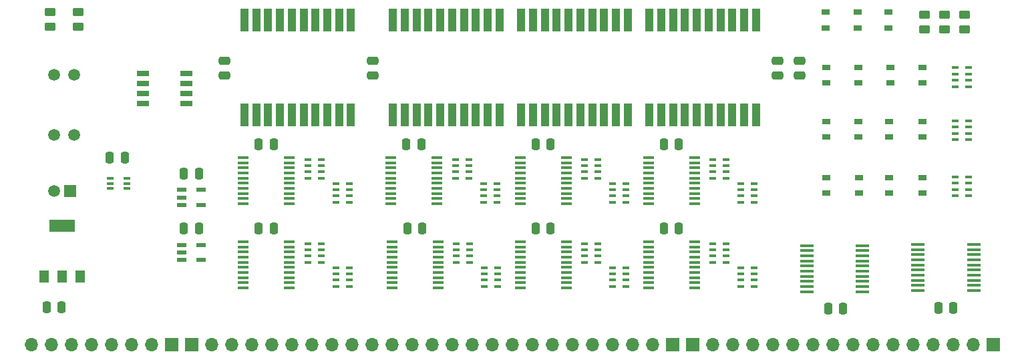
<source format=gts>
%TF.GenerationSoftware,KiCad,Pcbnew,8.0.7*%
%TF.CreationDate,2025-01-05T09:05:23+02:00*%
%TF.ProjectId,W65C816 Debug Display,57363543-3831-4362-9044-656275672044,V1*%
%TF.SameCoordinates,Original*%
%TF.FileFunction,Soldermask,Top*%
%TF.FilePolarity,Negative*%
%FSLAX46Y46*%
G04 Gerber Fmt 4.6, Leading zero omitted, Abs format (unit mm)*
G04 Created by KiCad (PCBNEW 8.0.7) date 2025-01-05 09:05:23*
%MOMM*%
%LPD*%
G01*
G04 APERTURE LIST*
G04 Aperture macros list*
%AMRoundRect*
0 Rectangle with rounded corners*
0 $1 Rounding radius*
0 $2 $3 $4 $5 $6 $7 $8 $9 X,Y pos of 4 corners*
0 Add a 4 corners polygon primitive as box body*
4,1,4,$2,$3,$4,$5,$6,$7,$8,$9,$2,$3,0*
0 Add four circle primitives for the rounded corners*
1,1,$1+$1,$2,$3*
1,1,$1+$1,$4,$5*
1,1,$1+$1,$6,$7*
1,1,$1+$1,$8,$9*
0 Add four rect primitives between the rounded corners*
20,1,$1+$1,$2,$3,$4,$5,0*
20,1,$1+$1,$4,$5,$6,$7,0*
20,1,$1+$1,$6,$7,$8,$9,0*
20,1,$1+$1,$8,$9,$2,$3,0*%
G04 Aperture macros list end*
%ADD10RoundRect,0.250000X0.475000X-0.250000X0.475000X0.250000X-0.475000X0.250000X-0.475000X-0.250000X0*%
%ADD11RoundRect,0.250000X0.450000X-0.262500X0.450000X0.262500X-0.450000X0.262500X-0.450000X-0.262500X0*%
%ADD12R,1.000000X0.800000*%
%ADD13RoundRect,0.250000X0.250000X0.475000X-0.250000X0.475000X-0.250000X-0.475000X0.250000X-0.475000X0*%
%ADD14R,0.900000X0.450000*%
%ADD15R,1.800000X0.450000*%
%ADD16R,1.500000X1.500000*%
%ADD17C,1.500000*%
%ADD18R,1.000000X3.000000*%
%ADD19R,1.475000X0.450000*%
%ADD20R,0.875000X0.450000*%
%ADD21RoundRect,0.250000X-0.250000X-0.475000X0.250000X-0.475000X0.250000X0.475000X-0.250000X0.475000X0*%
%ADD22R,1.500000X0.700000*%
%ADD23R,1.250000X0.600000*%
%ADD24C,1.509000*%
%ADD25R,1.200000X1.500000*%
%ADD26R,3.300000X1.500000*%
%ADD27R,1.700000X1.700000*%
%ADD28O,1.700000X1.700000*%
G04 APERTURE END LIST*
D10*
%TO.C,C4*%
X42989500Y33800500D03*
X42989500Y35700500D03*
%TD*%
D11*
%TO.C,R5*%
X115502000Y39679200D03*
X115502000Y41504200D03*
%TD*%
D12*
%TO.C,LED5*%
X104516500Y27988300D03*
X104516500Y25988300D03*
%TD*%
D13*
%TO.C,C7*%
X20936500Y21399500D03*
X19036500Y21399500D03*
%TD*%
D10*
%TO.C,C9*%
X97119500Y33800500D03*
X97119500Y35700500D03*
%TD*%
D12*
%TO.C,LED10*%
X108580500Y34846300D03*
X108580500Y32846300D03*
%TD*%
%TO.C,LED11*%
X112644500Y34846300D03*
X112644500Y32846300D03*
%TD*%
D14*
%TO.C,RN14*%
X71542500Y10116300D03*
X71542500Y10916300D03*
X71542500Y11716300D03*
X71542500Y12516300D03*
X69842500Y12516300D03*
X69842500Y11716300D03*
X69842500Y10916300D03*
X69842500Y10116300D03*
%TD*%
%TO.C,RN16*%
X58842500Y7068300D03*
X58842500Y7868300D03*
X58842500Y8668300D03*
X58842500Y9468300D03*
X57142500Y9468300D03*
X57142500Y8668300D03*
X57142500Y7868300D03*
X57142500Y7068300D03*
%TD*%
D15*
%TO.C,IC11*%
X105086500Y6409500D03*
X105086500Y7059500D03*
X105086501Y7709500D03*
X105086500Y8359500D03*
X105086500Y9009500D03*
X105086500Y9659500D03*
X105086500Y10309500D03*
X105086501Y10959500D03*
X105086500Y11609500D03*
X105086500Y12259500D03*
X97986500Y12259500D03*
X97986500Y11609500D03*
X97986499Y10959500D03*
X97986500Y10309500D03*
X97986500Y9659500D03*
X97986500Y9009500D03*
X97986500Y8359500D03*
X97986499Y7709500D03*
X97986500Y7059500D03*
X97986500Y6409500D03*
%TD*%
D14*
%TO.C,RN17*%
X58715500Y17736300D03*
X58715500Y18536300D03*
X58715500Y19336300D03*
X58715500Y20136300D03*
X57015500Y20136300D03*
X57015500Y19336300D03*
X57015500Y18536300D03*
X57015500Y17736300D03*
%TD*%
D16*
%TO.C,C1*%
X4619500Y19164500D03*
D17*
X2619500Y19164500D03*
%TD*%
D12*
%TO.C,LED9*%
X104516500Y34846300D03*
X104516500Y32846300D03*
%TD*%
D18*
%TO.C,DS1*%
X26733500Y28799500D03*
X28233500Y28799500D03*
X29733500Y28799500D03*
X31233500Y28799500D03*
X32733500Y28799500D03*
X34233500Y28799500D03*
X35733500Y28799500D03*
X37233500Y28799500D03*
X38733500Y28799500D03*
X40233500Y28799500D03*
X40233500Y40799500D03*
X38733500Y40799500D03*
X37233500Y40799500D03*
X35733500Y40799500D03*
X34233500Y40799500D03*
X32733500Y40799500D03*
X31233500Y40799500D03*
X29733500Y40799500D03*
X28233500Y40799500D03*
X26733500Y40799500D03*
%TD*%
D19*
%TO.C,IC8*%
X45275500Y23404500D03*
X45275500Y22754500D03*
X45275500Y22104500D03*
X45275500Y21454500D03*
X45275500Y20804500D03*
X45275500Y20154500D03*
X45275500Y19504500D03*
X45275500Y18854500D03*
X45275500Y18204500D03*
X45275500Y17554500D03*
X51151500Y17554500D03*
X51151500Y18204500D03*
X51151500Y18854500D03*
X51151500Y19504500D03*
X51151500Y20154500D03*
X51151500Y20804500D03*
X51151500Y21454500D03*
X51151500Y22104500D03*
X51151500Y22754500D03*
X51151500Y23404500D03*
%TD*%
D20*
%TO.C,IC12*%
X9715500Y20764500D03*
X9715500Y20114500D03*
X9715500Y19464500D03*
X11839500Y19464500D03*
X11839500Y20114500D03*
X11839500Y20764500D03*
%TD*%
D14*
%TO.C,RN13*%
X75098500Y17736300D03*
X75098500Y18536300D03*
X75098500Y19336300D03*
X75098500Y20136300D03*
X73398500Y20136300D03*
X73398500Y19336300D03*
X73398500Y18536300D03*
X73398500Y17736300D03*
%TD*%
D12*
%TO.C,LED13*%
X104643500Y20876300D03*
X104643500Y18876300D03*
%TD*%
D14*
%TO.C,RN2*%
X118476500Y32391500D03*
X118476500Y33191500D03*
X118476500Y33991500D03*
X118476500Y34791500D03*
X116776500Y34791500D03*
X116776500Y33991500D03*
X116776500Y33191500D03*
X116776500Y32391500D03*
%TD*%
D13*
%TO.C,C19*%
X65530500Y14383500D03*
X63630500Y14383500D03*
%TD*%
D12*
%TO.C,LED3*%
X104453000Y41846500D03*
X104453000Y39846500D03*
%TD*%
%TO.C,LED2*%
X100389000Y41846500D03*
X100389000Y39846500D03*
%TD*%
D19*
%TO.C,IC6*%
X77914500Y23404500D03*
X77914500Y22754500D03*
X77914500Y22104500D03*
X77914500Y21454500D03*
X77914500Y20804500D03*
X77914500Y20154500D03*
X77914500Y19504500D03*
X77914500Y18854500D03*
X77914500Y18204500D03*
X77914500Y17554500D03*
X83790500Y17554500D03*
X83790500Y18204500D03*
X83790500Y18854500D03*
X83790500Y19504500D03*
X83790500Y20154500D03*
X83790500Y20804500D03*
X83790500Y21454500D03*
X83790500Y22104500D03*
X83790500Y22754500D03*
X83790500Y23404500D03*
%TD*%
D12*
%TO.C,LED4*%
X100452500Y27988300D03*
X100452500Y25988300D03*
%TD*%
D21*
%TO.C,C3*%
X1653500Y4432500D03*
X3553500Y4432500D03*
%TD*%
D12*
%TO.C,LED6*%
X108453500Y27988300D03*
X108453500Y25988300D03*
%TD*%
D22*
%TO.C,IC3*%
X13826500Y34099500D03*
X13826500Y32829500D03*
X13826500Y31559500D03*
X13826500Y30289500D03*
X19376500Y30289500D03*
X19376500Y31559500D03*
X19376500Y32829500D03*
X19376500Y34099500D03*
%TD*%
D12*
%TO.C,LED12*%
X100452500Y20876300D03*
X100452500Y18876300D03*
%TD*%
D14*
%TO.C,RN7*%
X36432500Y20784300D03*
X36432500Y21584300D03*
X36432500Y22384300D03*
X36432500Y23184300D03*
X34732500Y23184300D03*
X34732500Y22384300D03*
X34732500Y21584300D03*
X34732500Y20784300D03*
%TD*%
D11*
%TO.C,R3*%
X118032000Y39679200D03*
X118032000Y41504200D03*
%TD*%
D23*
%TO.C,IC9*%
X18752500Y19301500D03*
X18752500Y18351500D03*
X18752500Y17401500D03*
X21252500Y17401500D03*
X21252500Y19301500D03*
%TD*%
D18*
%TO.C,DS3*%
X61802500Y28799500D03*
X63302500Y28799500D03*
X64802500Y28799500D03*
X66302500Y28799500D03*
X67802500Y28799500D03*
X69302500Y28799500D03*
X70802500Y28799500D03*
X72302500Y28799500D03*
X73802500Y28799500D03*
X75302500Y28799500D03*
X75302500Y40799500D03*
X73802500Y40799500D03*
X72302500Y40799500D03*
X70802500Y40799500D03*
X69302500Y40799500D03*
X67802500Y40799500D03*
X66302500Y40799500D03*
X64802500Y40799500D03*
X63302500Y40799500D03*
X61802500Y40799500D03*
%TD*%
D14*
%TO.C,RN4*%
X39988500Y7068300D03*
X39988500Y7868300D03*
X39988500Y8668300D03*
X39988500Y9468300D03*
X38288500Y9468300D03*
X38288500Y8668300D03*
X38288500Y7868300D03*
X38288500Y7068300D03*
%TD*%
%TO.C,RN5*%
X39988500Y17736300D03*
X39988500Y18536300D03*
X39988500Y19336300D03*
X39988500Y20136300D03*
X38288500Y20136300D03*
X38288500Y19336300D03*
X38288500Y18536300D03*
X38288500Y17736300D03*
%TD*%
D11*
%TO.C,R6*%
X2069500Y39992500D03*
X2069500Y41817500D03*
%TD*%
D24*
%TO.C,S2*%
X5127500Y33896500D03*
X2587500Y33896500D03*
X2587500Y26276500D03*
X5127500Y26276500D03*
%TD*%
D13*
%TO.C,C18*%
X11538500Y23431500D03*
X9638500Y23431500D03*
%TD*%
D15*
%TO.C,IC10*%
X119183500Y6536500D03*
X119183500Y7186500D03*
X119183501Y7836500D03*
X119183500Y8486500D03*
X119183500Y9136500D03*
X119183500Y9786500D03*
X119183500Y10436500D03*
X119183501Y11086500D03*
X119183500Y11736500D03*
X119183500Y12386500D03*
X112083500Y12386500D03*
X112083500Y11736500D03*
X112083499Y11086500D03*
X112083500Y10436500D03*
X112083500Y9786500D03*
X112083500Y9136500D03*
X112083500Y8486500D03*
X112083499Y7836500D03*
X112083500Y7186500D03*
X112083500Y6536500D03*
%TD*%
D12*
%TO.C,LED1*%
X108390000Y41846500D03*
X108390000Y39846500D03*
%TD*%
D14*
%TO.C,RN6*%
X36432500Y10116300D03*
X36432500Y10916300D03*
X36432500Y11716300D03*
X36432500Y12516300D03*
X34732500Y12516300D03*
X34732500Y11716300D03*
X34732500Y10916300D03*
X34732500Y10116300D03*
%TD*%
D11*
%TO.C,R1*%
X5625500Y39992500D03*
X5625500Y41817500D03*
%TD*%
D13*
%TO.C,C15*%
X81786500Y25051500D03*
X79886500Y25051500D03*
%TD*%
D14*
%TO.C,RN8*%
X91354500Y7068300D03*
X91354500Y7868300D03*
X91354500Y8668300D03*
X91354500Y9468300D03*
X89654500Y9468300D03*
X89654500Y8668300D03*
X89654500Y7868300D03*
X89654500Y7068300D03*
%TD*%
D13*
%TO.C,C23*%
X65530500Y25051500D03*
X63630500Y25051500D03*
%TD*%
D21*
%TO.C,C12*%
X114699500Y4381500D03*
X116599500Y4381500D03*
%TD*%
%TO.C,C13*%
X100729500Y4254500D03*
X102629500Y4254500D03*
%TD*%
D18*
%TO.C,DS4*%
X45546500Y28799500D03*
X47046500Y28799500D03*
X48546500Y28799500D03*
X50046500Y28799500D03*
X51546500Y28799500D03*
X53046500Y28799500D03*
X54546500Y28799500D03*
X56046500Y28799500D03*
X57546500Y28799500D03*
X59046500Y28799500D03*
X59046500Y40799500D03*
X57546500Y40799500D03*
X56046500Y40799500D03*
X54546500Y40799500D03*
X53046500Y40799500D03*
X51546500Y40799500D03*
X50046500Y40799500D03*
X48546500Y40799500D03*
X47046500Y40799500D03*
X45546500Y40799500D03*
%TD*%
D19*
%TO.C,IC15*%
X61658500Y12736500D03*
X61658500Y12086500D03*
X61658500Y11436500D03*
X61658500Y10786500D03*
X61658500Y10136500D03*
X61658500Y9486500D03*
X61658500Y8836500D03*
X61658500Y8186500D03*
X61658500Y7536500D03*
X61658500Y6886500D03*
X67534500Y6886500D03*
X67534500Y7536500D03*
X67534500Y8186500D03*
X67534500Y8836500D03*
X67534500Y9486500D03*
X67534500Y10136500D03*
X67534500Y10786500D03*
X67534500Y11436500D03*
X67534500Y12086500D03*
X67534500Y12736500D03*
%TD*%
%TO.C,IC7*%
X61658500Y23404500D03*
X61658500Y22754500D03*
X61658500Y22104500D03*
X61658500Y21454500D03*
X61658500Y20804500D03*
X61658500Y20154500D03*
X61658500Y19504500D03*
X61658500Y18854500D03*
X61658500Y18204500D03*
X61658500Y17554500D03*
X67534500Y17554500D03*
X67534500Y18204500D03*
X67534500Y18854500D03*
X67534500Y19504500D03*
X67534500Y20154500D03*
X67534500Y20804500D03*
X67534500Y21454500D03*
X67534500Y22104500D03*
X67534500Y22754500D03*
X67534500Y23404500D03*
%TD*%
D14*
%TO.C,RN9*%
X91354500Y17736300D03*
X91354500Y18536300D03*
X91354500Y19336300D03*
X91354500Y20136300D03*
X89654500Y20136300D03*
X89654500Y19336300D03*
X89654500Y18536300D03*
X89654500Y17736300D03*
%TD*%
%TO.C,RN18*%
X55286500Y10116300D03*
X55286500Y10916300D03*
X55286500Y11716300D03*
X55286500Y12516300D03*
X53586500Y12516300D03*
X53586500Y11716300D03*
X53586500Y10916300D03*
X53586500Y10116300D03*
%TD*%
D19*
%TO.C,IC5*%
X26548500Y23404500D03*
X26548500Y22754500D03*
X26548500Y22104500D03*
X26548500Y21454500D03*
X26548500Y20804500D03*
X26548500Y20154500D03*
X26548500Y19504500D03*
X26548500Y18854500D03*
X26548500Y18204500D03*
X26548500Y17554500D03*
X32424500Y17554500D03*
X32424500Y18204500D03*
X32424500Y18854500D03*
X32424500Y19504500D03*
X32424500Y20154500D03*
X32424500Y20804500D03*
X32424500Y21454500D03*
X32424500Y22104500D03*
X32424500Y22754500D03*
X32424500Y23404500D03*
%TD*%
D12*
%TO.C,LED15*%
X112644500Y20876300D03*
X112644500Y18876300D03*
%TD*%
D13*
%TO.C,C11*%
X49147500Y25051500D03*
X47247500Y25051500D03*
%TD*%
D25*
%TO.C,IC2*%
X1319500Y8344500D03*
X3619500Y8344500D03*
X5919500Y8344500D03*
D26*
X3619500Y14744500D03*
%TD*%
D12*
%TO.C,LED7*%
X112644500Y27988300D03*
X112644500Y25988300D03*
%TD*%
%TO.C,LED8*%
X100452500Y34846300D03*
X100452500Y32846300D03*
%TD*%
D11*
%TO.C,R4*%
X112952000Y39679200D03*
X112952000Y41504200D03*
%TD*%
D14*
%TO.C,RN1*%
X118476500Y25660500D03*
X118476500Y26460500D03*
X118476500Y27260500D03*
X118476500Y28060500D03*
X116776500Y28060500D03*
X116776500Y27260500D03*
X116776500Y26460500D03*
X116776500Y25660500D03*
%TD*%
D19*
%TO.C,IC14*%
X77914500Y12736500D03*
X77914500Y12086500D03*
X77914500Y11436500D03*
X77914500Y10786500D03*
X77914500Y10136500D03*
X77914500Y9486500D03*
X77914500Y8836500D03*
X77914500Y8186500D03*
X77914500Y7536500D03*
X77914500Y6886500D03*
X83790500Y6886500D03*
X83790500Y7536500D03*
X83790500Y8186500D03*
X83790500Y8836500D03*
X83790500Y9486500D03*
X83790500Y10136500D03*
X83790500Y10786500D03*
X83790500Y11436500D03*
X83790500Y12086500D03*
X83790500Y12736500D03*
%TD*%
%TO.C,IC16*%
X45402500Y12736500D03*
X45402500Y12086500D03*
X45402500Y11436500D03*
X45402500Y10786500D03*
X45402500Y10136500D03*
X45402500Y9486500D03*
X45402500Y8836500D03*
X45402500Y8186500D03*
X45402500Y7536500D03*
X45402500Y6886500D03*
X51278500Y6886500D03*
X51278500Y7536500D03*
X51278500Y8186500D03*
X51278500Y8836500D03*
X51278500Y9486500D03*
X51278500Y10136500D03*
X51278500Y10786500D03*
X51278500Y11436500D03*
X51278500Y12086500D03*
X51278500Y12736500D03*
%TD*%
D10*
%TO.C,C5*%
X24193500Y33800500D03*
X24193500Y35700500D03*
%TD*%
D14*
%TO.C,RN11*%
X87798500Y20784300D03*
X87798500Y21584300D03*
X87798500Y22384300D03*
X87798500Y23184300D03*
X86098500Y23184300D03*
X86098500Y22384300D03*
X86098500Y21584300D03*
X86098500Y20784300D03*
%TD*%
D23*
%TO.C,IC1*%
X18752500Y12316500D03*
X18752500Y11366500D03*
X18752500Y10416500D03*
X21252500Y10416500D03*
X21252500Y12316500D03*
%TD*%
D12*
%TO.C,LED14*%
X108453500Y20876300D03*
X108453500Y18876300D03*
%TD*%
D13*
%TO.C,C22*%
X49274500Y14383500D03*
X47374500Y14383500D03*
%TD*%
D10*
%TO.C,C8*%
X94297500Y33800500D03*
X94297500Y35700500D03*
%TD*%
D13*
%TO.C,C2*%
X81786500Y14383500D03*
X79886500Y14383500D03*
%TD*%
%TO.C,C10*%
X30420500Y14383500D03*
X28520500Y14383500D03*
%TD*%
%TO.C,C14*%
X30420500Y25051500D03*
X28520500Y25051500D03*
%TD*%
D14*
%TO.C,RN12*%
X75098500Y7068300D03*
X75098500Y7868300D03*
X75098500Y8668300D03*
X75098500Y9468300D03*
X73398500Y9468300D03*
X73398500Y8668300D03*
X73398500Y7868300D03*
X73398500Y7068300D03*
%TD*%
D18*
%TO.C,DS2*%
X78058500Y28799500D03*
X79558500Y28799500D03*
X81058500Y28799500D03*
X82558500Y28799500D03*
X84058500Y28799500D03*
X85558500Y28799500D03*
X87058500Y28799500D03*
X88558500Y28799500D03*
X90058500Y28799500D03*
X91558500Y28799500D03*
X91558500Y40799500D03*
X90058500Y40799500D03*
X88558500Y40799500D03*
X87058500Y40799500D03*
X85558500Y40799500D03*
X84058500Y40799500D03*
X82558500Y40799500D03*
X81058500Y40799500D03*
X79558500Y40799500D03*
X78058500Y40799500D03*
%TD*%
D14*
%TO.C,RN15*%
X71542500Y20784300D03*
X71542500Y21584300D03*
X71542500Y22384300D03*
X71542500Y23184300D03*
X69842500Y23184300D03*
X69842500Y22384300D03*
X69842500Y21584300D03*
X69842500Y20784300D03*
%TD*%
D13*
%TO.C,C6*%
X20936500Y14414500D03*
X19036500Y14414500D03*
%TD*%
D19*
%TO.C,IC13*%
X26548500Y12736500D03*
X26548500Y12086500D03*
X26548500Y11436500D03*
X26548500Y10786500D03*
X26548500Y10136500D03*
X26548500Y9486500D03*
X26548500Y8836500D03*
X26548500Y8186500D03*
X26548500Y7536500D03*
X26548500Y6886500D03*
X32424500Y6886500D03*
X32424500Y7536500D03*
X32424500Y8186500D03*
X32424500Y8836500D03*
X32424500Y9486500D03*
X32424500Y10136500D03*
X32424500Y10786500D03*
X32424500Y11436500D03*
X32424500Y12086500D03*
X32424500Y12736500D03*
%TD*%
D14*
%TO.C,RN3*%
X118476500Y18548500D03*
X118476500Y19348500D03*
X118476500Y20148500D03*
X118476500Y20948500D03*
X116776500Y20948500D03*
X116776500Y20148500D03*
X116776500Y19348500D03*
X116776500Y18548500D03*
%TD*%
%TO.C,RN19*%
X55159500Y20784300D03*
X55159500Y21584300D03*
X55159500Y22384300D03*
X55159500Y23184300D03*
X53459500Y23184300D03*
X53459500Y22384300D03*
X53459500Y21584300D03*
X53459500Y20784300D03*
%TD*%
%TO.C,RN10*%
X87798500Y10116300D03*
X87798500Y10916300D03*
X87798500Y11716300D03*
X87798500Y12516300D03*
X86098500Y12516300D03*
X86098500Y11716300D03*
X86098500Y10916300D03*
X86098500Y10116300D03*
%TD*%
D27*
%TO.C,J3*%
X80962500Y-317500D03*
D28*
X78422500Y-317500D03*
X75882500Y-317500D03*
X73342500Y-317500D03*
X70802500Y-317500D03*
X68262500Y-317500D03*
X65722500Y-317500D03*
X63182500Y-317500D03*
X60642500Y-317500D03*
X58102500Y-317500D03*
X55562500Y-317500D03*
X53022500Y-317500D03*
X50482500Y-317500D03*
X47942500Y-317500D03*
X45402500Y-317500D03*
X42862500Y-317500D03*
X40322500Y-317500D03*
X37782500Y-317500D03*
X35242500Y-317500D03*
X32702500Y-317500D03*
X30162500Y-317500D03*
X27622500Y-317500D03*
X25082500Y-317500D03*
X22542500Y-317500D03*
%TD*%
D27*
%TO.C,J4*%
X17462500Y-317500D03*
D28*
X14922500Y-317500D03*
X12382500Y-317500D03*
X9842500Y-317500D03*
X7302500Y-317500D03*
X4762500Y-317500D03*
X2222500Y-317500D03*
X-317500Y-317500D03*
%TD*%
D27*
%TO.C,J5*%
X121602500Y-317500D03*
D28*
X119062500Y-317500D03*
X116522500Y-317500D03*
X113982500Y-317500D03*
X111442500Y-317500D03*
X108902500Y-317500D03*
X106362500Y-317500D03*
X103822500Y-317500D03*
X101282500Y-317500D03*
X98742500Y-317500D03*
X96202500Y-317500D03*
X93662500Y-317500D03*
X91122500Y-317500D03*
X88582500Y-317500D03*
X86042500Y-317500D03*
%TD*%
D27*
%TO.C,J1*%
X83502500Y-317500D03*
%TD*%
%TO.C,J2*%
X20002500Y-317500D03*
%TD*%
M02*

</source>
